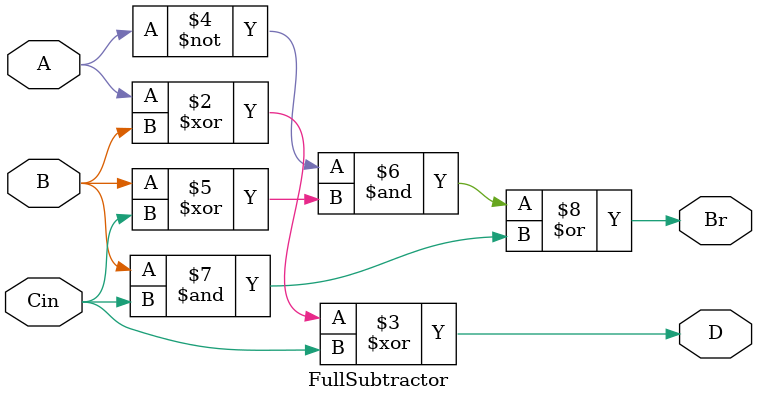
<source format=v>
module FullSubtractor(D, Br,A,B,Cin);
input A,B,Cin;
output D,Br;
reg D,Br;
always@(A or B or Cin) begin
D = A ^ B ^ Cin;
Br = ~A & (B^Cin) | B & Cin;
end
endmodule

</source>
